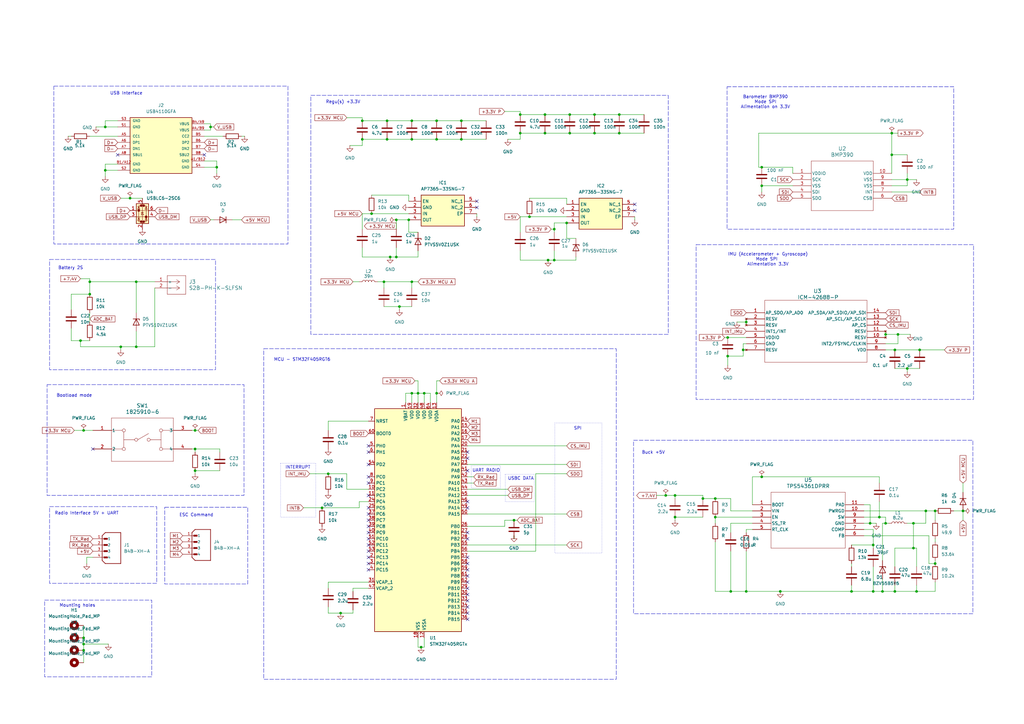
<source format=kicad_sch>
(kicad_sch (version 20250114) (generator "eeschema") (generator_version "9.0")
  (paper "A3")
  (title_block (title "PCB Flight Control Spectre") (date "23/03/2025"))
  (rectangle (start 259.842 180.594) (end 399.034 251.714) (stroke (width 0) (type dash)))
  (rectangle (start 20.32 207.772) (end 64.262 239.268) (stroke (width 0) (type dash)))
  (rectangle (start 115.062 189.992) (end 129.54 212.09) (stroke (width 0.1524) (type dot)))
  (rectangle (start 108.204 143.002) (end 252.73 278.638) (stroke (width 0) (type dash)))
  (rectangle (start 19.304 157.734) (end 100.076 203.2) (stroke (width 0) (type dash)))
  (rectangle (start 207.264 194.564) (end 219.202 205.74) (stroke (width 0.1524) (type dot)))
  (rectangle (start 193.294 191.008) (end 205.232 200.152) (stroke (width 0.1524) (type dot)))
  (rectangle (start 67.564 208.026) (end 101.6 239.522) (stroke (width 0) (type dash)))
  (rectangle (start 285.496 100.33) (end 399.288 163.83) (stroke (width 0) (type dash)))
  (rectangle (start 298.196 35.56) (end 391.16 93.98) (stroke (width 0) (type dash)))
  (rectangle (start 18.288 246.126) (end 62.23 277.622) (stroke (width 0) (type dash)))
  (rectangle (start 22.098 35.306) (end 118.11 100.076) (stroke (width 0) (type dash)))
  (rectangle (start 227.584 173.482) (end 246.888 226.822) (stroke (width 0.1524) (type dot)))
  (rectangle (start 20.32 106.426) (end 88.392 151.638) (stroke (width 0) (type dash)))
  (rectangle (start 127.508 39.116) (end 274.066 137.16) (stroke (width 0) (type dash)))
  (text "Bootload mode" (at 30.48 162.306 0) (effects (font (size 1.27 1.27))))
  (text "ESC Command" (at 80.518 211.328 0) (effects (font (size 1.27 1.27))))
  (text "Barometer BMP390\nMode SPI\nAlimentation on 3.3V" (at 313.944 41.91 0) (effects (font (size 1.27 1.27))))
  (text "Regu(s) +3.3V\n" (at 140.716 41.91 0) (effects (font (size 1.27 1.27))))
  (text "IMU (Accelerometer + Gyroscope)\nMode SPI \nAlimentation 3.3V\n" (at 314.96 106.426 0) (effects (font (size 1.27 1.27))))
  (text "SPI\n" (at 236.982 175.768 0) (effects (font (size 1.27 1.27))))
  (text "INTERRUPT" (at 122.174 191.77 0) (effects (font (size 1.27 1.27))))
  (text "Battery 2S " (at 29.464 109.982 0) (effects (font (size 1.27 1.27))))
  (text "MCU - STM32F405RGT6" (at 123.952 147.574 0) (effects (font (size 1.27 1.27))))
  (text "Buck +5V " (at 268.478 185.674 0) (effects (font (size 1.27 1.27))))
  (text "UART RADIO" (at 199.39 193.04 0) (effects (font (size 1.27 1.27))))
  (text "USB Interface" (at 51.816 38.354 0) (effects (font (size 1.27 1.27))))
  (text "USBC DATA" (at 213.614 196.342 0) (effects (font (size 1.27 1.27))))
  (text "Mounting holes" (at 31.75 248.412 0) (effects (font (size 1.27 1.27))))
  (text "Radio Interface 5V + UART" (at 35.56 210.566 0) (effects (font (size 1.27 1.27))))
  (junction (at 312.42 68.58))
  (junction (at 167.64 90.17))
  (junction (at 34.29 261.62))
  (junction (at 361.95 242.57))
  (junction (at 227.33 106.68))
  (junction (at 168.91 57.15))
  (junction (at 273.05 203.2))
  (junction (at 179.07 49.53))
  (junction (at 179.07 57.15))
  (junction (at 33.02 139.7))
  (junction (at 365.76 63.5))
  (junction (at 189.23 57.15))
  (junction (at 243.84 54.61))
  (junction (at 157.48 115.57))
  (junction (at 304.8 143.51))
  (junction (at 394.97 209.55))
  (junction (at 43.18 52.07))
  (junction (at 134.62 194.31))
  (junction (at 163.83 125.73))
  (junction (at 306.07 132.08))
  (junction (at 374.65 214.63))
  (junction (at 158.75 57.15))
  (junction (at 320.04 242.57))
  (junction (at 148.59 57.15))
  (junction (at 34.29 266.7))
  (junction (at 375.92 242.57))
  (junction (at 152.4 87.63))
  (junction (at 383.54 209.55))
  (junction (at 377.19 143.51))
  (junction (at 227.33 93.98))
  (junction (at 168.91 161.29))
  (junction (at 80.01 176.53))
  (junction (at 148.59 49.53))
  (junction (at 158.75 49.53))
  (junction (at 368.3 137.16))
  (junction (at 358.14 223.52))
  (junction (at 233.68 54.61))
  (junction (at 349.25 242.57))
  (junction (at 171.45 161.29))
  (junction (at 139.7 251.46))
  (junction (at 34.29 264.16))
  (junction (at 213.36 46.99))
  (junction (at 36.83 115.57))
  (junction (at 43.18 69.85))
  (junction (at 363.22 137.16))
  (junction (at 88.9 68.58))
  (junction (at 217.17 88.9))
  (junction (at 162.56 105.41))
  (junction (at 179.07 161.29))
  (junction (at 36.83 120.65))
  (junction (at 172.72 265.43))
  (junction (at 367.03 242.57))
  (junction (at 276.86 212.09))
  (junction (at 210.82 213.36))
  (junction (at 379.73 209.55))
  (junction (at 162.56 90.17))
  (junction (at 298.45 146.05))
  (junction (at 243.84 46.99))
  (junction (at 55.88 142.24))
  (junction (at 132.08 208.28))
  (junction (at 233.68 46.99))
  (junction (at 312.42 76.2))
  (junction (at 168.91 115.57))
  (junction (at 232.41 91.44))
  (junction (at 86.36 52.07))
  (junction (at 306.07 242.57))
  (junction (at 360.68 212.09))
  (junction (at 80.01 184.15))
  (junction (at 367.03 143.51))
  (junction (at 34.29 176.53))
  (junction (at 276.86 203.2))
  (junction (at 383.54 231.14))
  (junction (at 224.79 106.68))
  (junction (at 80.01 193.04))
  (junction (at 254 46.99))
  (junction (at 356.87 214.63))
  (junction (at 299.72 242.57))
  (junction (at 372.11 151.13))
  (junction (at 365.76 54.61))
  (junction (at 298.45 138.43))
  (junction (at 55.88 115.57))
  (junction (at 49.53 142.24))
  (junction (at 160.02 105.41))
  (junction (at 168.91 49.53))
  (junction (at 374.65 224.79))
  (junction (at 312.42 195.58))
  (junction (at 358.14 242.57))
  (junction (at 293.37 204.47))
  (junction (at 363.22 214.63))
  (junction (at 53.34 81.28))
  (junction (at 293.37 212.09))
  (junction (at 189.23 49.53))
  (junction (at 173.99 161.29))
  (junction (at 223.52 54.61))
  (junction (at 288.29 204.47))
  (junction (at 372.11 73.66))
  (junction (at 223.52 46.99))
  (junction (at 213.36 54.61))
  (junction (at 254 54.61))
  (no_connect (at 151.13 182.88))
  (no_connect (at 151.13 185.42))
  (no_connect (at 191.77 218.44))
  (no_connect (at 191.77 251.46))
  (no_connect (at 191.77 254))
  (no_connect (at 191.77 193.04))
  (no_connect (at 151.13 195.58))
  (no_connect (at 195.58 82.55))
  (no_connect (at 195.58 85.09))
  (no_connect (at 191.77 228.6))
  (no_connect (at 151.13 215.9))
  (no_connect (at 151.13 220.98))
  (no_connect (at 151.13 190.5))
  (no_connect (at 191.77 243.84))
  (no_connect (at 191.77 248.92))
  (no_connect (at 151.13 218.44))
  (no_connect (at 151.13 203.2))
  (no_connect (at 151.13 208.28))
  (no_connect (at 191.77 246.38))
  (no_connect (at 151.13 210.82))
  (no_connect (at 151.13 231.14))
  (no_connect (at 191.77 205.74))
  (no_connect (at 151.13 198.12))
  (no_connect (at 191.77 220.98))
  (no_connect (at 83.82 63.5))
  (no_connect (at 151.13 223.52))
  (no_connect (at 38.1 184.15))
  (no_connect (at 260.35 83.82))
  (no_connect (at 191.77 208.28))
  (no_connect (at 191.77 185.42))
  (no_connect (at 191.77 231.14))
  (no_connect (at 48.26 63.5))
  (no_connect (at 191.77 233.68))
  (no_connect (at 191.77 236.22))
  (no_connect (at 191.77 187.96))
  (no_connect (at 151.13 226.06))
  (no_connect (at 260.35 86.36))
  (no_connect (at 151.13 228.6))
  (no_connect (at 191.77 238.76))
  (no_connect (at 191.77 241.3))
  (no_connect (at 151.13 233.68))
  (no_connect (at 151.13 213.36))
  (wire (pts (xy 354.33 209.55) (xy 379.73 209.55)))
  (wire (pts (xy 162.56 105.41) (xy 160.02 105.41)))
  (wire (pts (xy 191.77 190.5) (xy 232.41 190.5)))
  (wire (pts (xy 34.29 256.54) (xy 34.29 261.62)))
  (wire (pts (xy 180.34 156.21) (xy 179.07 156.21)))
  (wire (pts (xy 288.29 203.2) (xy 276.86 203.2)))
  (wire (pts (xy 254 54.61) (xy 264.16 54.61)))
  (wire (pts (xy 298.45 138.43) (xy 306.07 138.43)))
  (wire (pts (xy 363.22 138.43) (xy 363.22 137.16)))
  (wire (pts (xy 213.36 88.9) (xy 217.17 88.9)))
  (wire (pts (xy 95.25 90.17) (xy 99.06 90.17)))
  (wire (pts (xy 152.4 87.63) (xy 167.64 87.63)))
  (wire (pts (xy 273.05 203.2) (xy 276.86 203.2)))
  (wire (pts (xy 297.18 138.43) (xy 298.45 138.43)))
  (wire (pts (xy 306.07 226.06) (xy 306.07 242.57)))
  (wire (pts (xy 379.73 209.55) (xy 383.54 209.55)))
  (wire (pts (xy 365.76 63.5) (xy 372.11 63.5)))
  (wire (pts (xy 142.24 194.31) (xy 142.24 200.66)))
  (wire (pts (xy 144.78 251.46) (xy 144.78 250.19)))
  (wire (pts (xy 354.33 207.01) (xy 356.87 207.01)))
  (wire (pts (xy 36.83 115.57) (xy 55.88 115.57)))
  (wire (pts (xy 148.59 87.63) (xy 152.4 87.63)))
  (wire (pts (xy 306.07 217.17) (xy 308.61 217.17)))
  (wire (pts (xy 232.41 97.79) (xy 236.22 97.79)))
  (wire (pts (xy 83.82 53.34) (xy 86.36 53.34)))
  (wire (pts (xy 227.33 102.87) (xy 227.33 106.68)))
  (wire (pts (xy 163.83 125.73) (xy 163.83 127)))
  (wire (pts (xy 293.37 222.25) (xy 293.37 242.57)))
  (wire (pts (xy 367.03 143.51) (xy 363.22 143.51)))
  (wire (pts (xy 173.99 161.29) (xy 176.53 161.29)))
  (wire (pts (xy 367.03 224.79) (xy 374.65 224.79)))
  (wire (pts (xy 365.76 73.66) (xy 372.11 73.66)))
  (wire (pts (xy 304.8 143.51) (xy 306.07 143.51)))
  (wire (pts (xy 48.26 52.07) (xy 43.18 52.07)))
  (wire (pts (xy 86.36 90.17) (xy 87.63 90.17)))
  (wire (pts (xy 298.45 146.05) (xy 298.45 149.86)))
  (wire (pts (xy 99.06 55.88) (xy 100.33 55.88)))
  (wire (pts (xy 168.91 57.15) (xy 179.07 57.15)))
  (wire (pts (xy 293.37 204.47) (xy 299.72 204.47)))
  (wire (pts (xy 148.59 48.26) (xy 148.59 49.53)))
  (wire (pts (xy 276.86 213.36) (xy 276.86 212.09)))
  (wire (pts (xy 394.97 209.55) (xy 396.24 209.55)))
  (wire (pts (xy 162.56 90.17) (xy 167.64 90.17)))
  (wire (pts (xy 80.01 176.53) (xy 78.74 176.53)))
  (wire (pts (xy 208.28 57.15) (xy 213.36 57.15)))
  (wire (pts (xy 383.54 238.76) (xy 383.54 242.57)))
  (wire (pts (xy 55.88 142.24) (xy 49.53 142.24)))
  (wire (pts (xy 35.56 228.6) (xy 35.56 231.14)))
  (wire (pts (xy 191.77 226.06) (xy 219.71 226.06)))
  (wire (pts (xy 80.01 184.15) (xy 78.74 184.15)))
  (wire (pts (xy 365.76 71.12) (xy 365.76 63.5)))
  (wire (pts (xy 168.91 118.11) (xy 168.91 115.57)))
  (wire (pts (xy 356.87 214.63) (xy 359.41 214.63)))
  (wire (pts (xy 312.42 76.2) (xy 325.12 76.2)))
  (wire (pts (xy 213.36 95.25) (xy 213.36 88.9)))
  (wire (pts (xy 358.14 242.57) (xy 349.25 242.57)))
  (wire (pts (xy 191.77 195.58) (xy 194.31 195.58)))
  (wire (pts (xy 171.45 95.25) (xy 167.64 95.25)))
  (wire (pts (xy 223.52 54.61) (xy 233.68 54.61)))
  (wire (pts (xy 157.48 115.57) (xy 168.91 115.57)))
  (wire (pts (xy 363.22 214.63) (xy 363.22 212.09)))
  (wire (pts (xy 34.29 266.7) (xy 34.29 271.78)))
  (wire (pts (xy 304.8 140.97) (xy 306.07 140.97)))
  (wire (pts (xy 299.72 218.44) (xy 299.72 214.63)))
  (wire (pts (xy 383.54 242.57) (xy 375.92 242.57)))
  (wire (pts (xy 142.24 200.66) (xy 151.13 200.66)))
  (wire (pts (xy 223.52 46.99) (xy 233.68 46.99)))
  (wire (pts (xy 179.07 161.29) (xy 179.07 165.1)))
  (wire (pts (xy 91.44 55.88) (xy 83.82 55.88)))
  (wire (pts (xy 168.91 125.73) (xy 163.83 125.73)))
  (wire (pts (xy 243.84 46.99) (xy 254 46.99)))
  (wire (pts (xy 157.48 125.73) (xy 163.83 125.73)))
  (wire (pts (xy 55.88 115.57) (xy 55.88 128.27)))
  (wire (pts (xy 176.53 161.29) (xy 176.53 165.1)))
  (wire (pts (xy 358.14 242.57) (xy 358.14 232.41)))
  (wire (pts (xy 171.45 102.87) (xy 171.45 105.41)))
  (wire (pts (xy 308.61 212.09) (xy 293.37 212.09)))
  (wire (pts (xy 134.62 176.53) (xy 134.62 172.72)))
  (wire (pts (xy 36.83 55.88) (xy 48.26 55.88)))
  (wire (pts (xy 88.9 71.12) (xy 88.9 68.58)))
  (wire (pts (xy 53.34 81.28) (xy 58.42 81.28)))
  (wire (pts (xy 173.99 261.62) (xy 173.99 265.43)))
  (wire (pts (xy 213.36 46.99) (xy 223.52 46.99)))
  (wire (pts (xy 179.07 49.53) (xy 189.23 49.53)))
  (wire (pts (xy 367.03 242.57) (xy 361.95 242.57)))
  (wire (pts (xy 308.61 195.58) (xy 312.42 195.58)))
  (wire (pts (xy 63.5 142.24) (xy 55.88 142.24)))
  (wire (pts (xy 349.25 223.52) (xy 358.14 223.52)))
  (wire (pts (xy 43.18 49.53) (xy 43.18 52.07)))
  (wire (pts (xy 217.17 81.28) (xy 232.41 81.28)))
  (wire (pts (xy 375.92 232.41) (xy 375.92 224.79)))
  (wire (pts (xy 213.36 106.68) (xy 224.79 106.68)))
  (wire (pts (xy 171.45 265.43) (xy 172.72 265.43)))
  (wire (pts (xy 134.62 238.76) (xy 134.62 241.3)))
  (wire (pts (xy 219.71 226.06) (xy 219.71 194.31)))
  (wire (pts (xy 208.28 203.2) (xy 191.77 203.2)))
  (wire (pts (xy 167.64 80.01) (xy 167.64 82.55)))
  (wire (pts (xy 306.07 130.81) (xy 306.07 132.08)))
  (wire (pts (xy 148.59 57.15) (xy 158.75 57.15)))
  (wire (pts (xy 134.62 194.31) (xy 142.24 194.31)))
  (wire (pts (xy 38.1 228.6) (xy 35.56 228.6)))
  (wire (pts (xy 349.25 231.14) (xy 349.25 232.41)))
  (wire (pts (xy 383.54 220.98) (xy 383.54 222.25)))
  (wire (pts (xy 144.78 241.3) (xy 144.78 242.57)))
  (wire (pts (xy 139.7 251.46) (xy 134.62 251.46)))
  (wire (pts (xy 361.95 229.87) (xy 361.95 214.63)))
  (wire (pts (xy 298.45 146.05) (xy 304.8 146.05)))
  (wire (pts (xy 363.22 135.89) (xy 363.22 137.16)))
  (wire (pts (xy 207.01 45.72) (xy 213.36 45.72)))
  (wire (pts (xy 361.95 237.49) (xy 361.95 242.57)))
  (wire (pts (xy 29.21 139.7) (xy 33.02 139.7)))
  (wire (pts (xy 325.12 68.58) (xy 325.12 71.12)))
  (wire (pts (xy 148.59 59.69) (xy 148.59 57.15)))
  (wire (pts (xy 375.92 242.57) (xy 367.03 242.57)))
  (wire (pts (xy 29.21 120.65) (xy 36.83 120.65)))
  (wire (pts (xy 148.59 49.53) (xy 158.75 49.53)))
  (wire (pts (xy 143.51 59.69) (xy 148.59 59.69)))
  (wire (pts (xy 372.11 151.13) (xy 377.19 151.13)))
  (wire (pts (xy 90.17 184.15) (xy 90.17 185.42)))
  (wire (pts (xy 34.29 176.53) (xy 30.48 176.53)))
  (wire (pts (xy 293.37 242.57) (xy 299.72 242.57)))
  (wire (pts (xy 213.36 54.61) (xy 223.52 54.61)))
  (wire (pts (xy 63.5 142.24) (xy 63.5 118.11)))
  (wire (pts (xy 80.01 193.04) (xy 90.17 193.04)))
  (wire (pts (xy 363.22 212.09) (xy 360.68 212.09)))
  (wire (pts (xy 306.07 242.57) (xy 320.04 242.57)))
  (wire (pts (xy 213.36 45.72) (xy 213.36 46.99)))
  (wire (pts (xy 34.29 261.62) (xy 34.29 264.16)))
  (wire (pts (xy 312.42 68.58) (xy 311.15 68.58)))
  (wire (pts (xy 236.22 105.41) (xy 236.22 106.68)))
  (wire (pts (xy 368.3 54.61) (xy 365.76 54.61)))
  (wire (pts (xy 148.59 93.98) (xy 148.59 87.63)))
  (wire (pts (xy 368.3 140.97) (xy 368.3 137.16)))
  (wire (pts (xy 166.37 165.1) (xy 166.37 161.29)))
  (wire (pts (xy 48.26 49.53) (xy 43.18 49.53)))
  (wire (pts (xy 293.37 212.09) (xy 293.37 214.63)))
  (wire (pts (xy 387.35 143.51) (xy 377.19 143.51)))
  (wire (pts (xy 88.9 68.58) (xy 88.9 66.04)))
  (wire (pts (xy 381 219.71) (xy 381 231.14)))
  (wire (pts (xy 158.75 49.53) (xy 168.91 49.53)))
  (wire (pts (xy 144.78 251.46) (xy 139.7 251.46)))
  (wire (pts (xy 162.56 101.6) (xy 162.56 105.41)))
  (wire (pts (xy 312.42 195.58) (xy 360.68 195.58)))
  (wire (pts (xy 171.45 161.29) (xy 173.99 161.29)))
  (wire (pts (xy 173.99 161.29) (xy 173.99 165.1)))
  (wire (pts (xy 33.02 139.7) (xy 36.83 139.7)))
  (wire (pts (xy 379.73 214.63) (xy 379.73 209.55)))
  (wire (pts (xy 43.18 69.85) (xy 43.18 72.39)))
  (wire (pts (xy 233.68 54.61) (xy 243.84 54.61)))
  (wire (pts (xy 367.03 232.41) (xy 367.03 224.79)))
  (wire (pts (xy 367.03 240.03) (xy 367.03 242.57)))
  (wire (pts (xy 299.72 226.06) (xy 299.72 242.57)))
  (wire (pts (xy 148.59 101.6) (xy 148.59 105.41)))
  (wire (pts (xy 157.48 118.11) (xy 157.48 115.57)))
  (wire (pts (xy 232.41 81.28) (xy 232.41 83.82)))
  (wire (pts (xy 80.01 184.15) (xy 80.01 185.42)))
  (wire (pts (xy 49.53 81.28) (xy 53.34 81.28)))
  (wire (pts (xy 43.18 67.31) (xy 43.18 69.85)))
  (wire (pts (xy 191.77 182.88) (xy 232.41 182.88)))
  (wire (pts (xy 232.41 97.79) (xy 232.41 91.44)))
  (wire (pts (xy 360.68 195.58) (xy 360.68 198.12)))
  (wire (pts (xy 154.94 115.57) (xy 157.48 115.57)))
  (wire (pts (xy 260.35 88.9) (xy 260.35 90.17)))
  (wire (pts (xy 179.07 57.15) (xy 189.23 57.15)))
  (wire (pts (xy 377.19 143.51) (xy 367.03 143.51)))
  (wire (pts (xy 33.02 114.3) (xy 36.83 114.3)))
  (wire (pts (xy 36.83 120.65) (xy 36.83 115.57)))
  (wire (pts (xy 162.56 105.41) (xy 171.45 105.41)))
  (wire (pts (xy 363.22 214.63) (xy 364.49 214.63)))
  (wire (pts (xy 288.29 203.2) (xy 288.29 204.47)))
  (wire (pts (xy 87.63 52.07) (xy 86.36 52.07)))
  (wire (pts (xy 361.95 242.57) (xy 358.14 242.57)))
  (wire (pts (xy 132.08 208.28) (xy 147.32 208.28)))
  (wire (pts (xy 173.99 265.43) (xy 172.72 265.43)))
  (wire (pts (xy 195.58 87.63) (xy 195.58 88.9)))
  (wire (pts (xy 158.75 57.15) (xy 168.91 57.15)))
  (wire (pts (xy 375.92 73.66) (xy 372.11 73.66)))
  (wire (pts (xy 354.33 214.63) (xy 356.87 214.63)))
  (wire (pts (xy 147.32 205.74) (xy 151.13 205.74)))
  (wire (pts (xy 394.97 201.93) (xy 394.97 198.12)))
  (wire (pts (xy 168.91 165.1) (xy 168.91 161.29)))
  (wire (pts (xy 368.3 137.16) (xy 373.38 137.16)))
  (wire (pts (xy 288.29 204.47) (xy 293.37 204.47)))
  (wire (pts (xy 358.14 223.52) (xy 358.14 224.79)))
  (wire (pts (xy 207.01 215.9) (xy 207.01 213.36)))
  (wire (pts (xy 227.33 93.98) (xy 227.33 91.44)))
  (wire (pts (xy 33.02 142.24) (xy 49.53 142.24)))
  (wire (pts (xy 168.91 115.57) (xy 171.45 115.57)))
  (wire (pts (xy 377.19 78.74) (xy 365.76 78.74)))
  (wire (pts (xy 33.02 139.7) (xy 33.02 142.24)))
  (wire (pts (xy 48.26 67.31) (xy 43.18 67.31)))
  (wire (pts (xy 83.82 68.58) (xy 88.9 68.58)))
  (wire (pts (xy 320.04 242.57) (xy 349.25 242.57)))
  (wire (pts (xy 354.33 217.17) (xy 358.14 217.17)))
  (wire (pts (xy 302.26 132.08) (xy 306.07 132.08)))
  (wire (pts (xy 48.26 69.85) (xy 43.18 69.85)))
  (wire (pts (xy 375.92 224.79) (xy 374.65 224.79)))
  (wire (pts (xy 189.23 49.53) (xy 199.39 49.53)))
  (wire (pts (xy 299.72 204.47) (xy 299.72 209.55)))
  (wire (pts (xy 171.45 261.62) (xy 171.45 265.43)))
  (wire (pts (xy 90.17 184.15) (xy 80.01 184.15)))
  (wire (pts (xy 375.92 240.03) (xy 375.92 242.57)))
  (wire (pts (xy 124.46 208.28) (xy 132.08 208.28)))
  (wire (pts (xy 308.61 195.58) (xy 308.61 207.01)))
  (wire (pts (xy 312.42 76.2) (xy 312.42 78.74)))
  (wire (pts (xy 394.97 213.36) (xy 394.97 209.55)))
  (wire (pts (xy 372.11 151.13) (xy 372.11 152.4)))
  (wire (pts (xy 144.78 241.3) (xy 151.13 241.3)))
  (wire (pts (xy 86.36 50.8) (xy 86.36 52.07)))
  (wire (pts (xy 34.29 264.16) (xy 44.45 264.16)))
  (wire (pts (xy 167.64 95.25) (xy 167.64 90.17)))
  (wire (pts (xy 191.77 215.9) (xy 207.01 215.9)))
  (wire (pts (xy 233.68 46.99) (xy 243.84 46.99)))
  (wire (pts (xy 213.36 102.87) (xy 213.36 106.68)))
  (wire (pts (xy 170.18 156.21) (xy 171.45 156.21)))
  (wire (pts (xy 304.8 146.05) (xy 304.8 143.51)))
  (wire (pts (xy 219.71 194.31) (xy 232.41 194.31)))
  (wire (pts (xy 372.11 214.63) (xy 374.65 214.63)))
  (wire (pts (xy 191.77 223.52) (xy 232.41 223.52)))
  (wire (pts (xy 80.01 194.31) (xy 80.01 193.04)))
  (wire (pts (xy 299.72 242.57) (xy 306.07 242.57)))
  (wire (pts (xy 306.07 132.08) (xy 306.07 133.35)))
  (wire (pts (xy 306.07 218.44) (xy 306.07 217.17)))
  (wire (pts (xy 210.82 213.36) (xy 212.09 213.36)))
  (wire (pts (xy 134.62 251.46) (xy 134.62 248.92)))
  (wire (pts (xy 304.8 140.97) (xy 304.8 143.51)))
  (wire (pts (xy 365.76 63.5) (xy 365.76 54.61)))
  (wire (pts (xy 374.65 224.79) (xy 374.65 214.63)))
  (wire (pts (xy 358.14 217.17) (xy 358.14 223.52)))
  (wire (pts (xy 276.86 204.47) (xy 276.86 203.2)))
  (wire (pts (xy 144.78 115.57) (xy 147.32 115.57)))
  (wire (pts (xy 55.88 115.57) (xy 63.5 115.57)))
  (wire (pts (xy 227.33 91.44) (xy 232.41 91.44)))
  (wire (pts (xy 243.84 54.61) (xy 254 54.61)))
  (wire (pts (xy 254 46.99) (xy 264.16 46.99)))
  (wire (pts (xy 27.94 55.88) (xy 29.21 55.88)))
  (wire (pts (xy 142.24 48.26) (xy 148.59 48.26)))
  (wire (pts (xy 162.56 93.98) (xy 162.56 90.17)))
  (wire (pts (xy 29.21 134.62) (xy 29.21 139.7)))
  (wire (pts (xy 38.1 176.53) (xy 34.29 176.53)))
  (wire (pts (xy 374.65 214.63) (xy 379.73 214.63)))
  (wire (pts (xy 367.03 151.13) (xy 372.11 151.13)))
  (wire (pts (xy 354.33 219.71) (xy 381 219.71)))
  (wire (pts (xy 191.77 210.82) (xy 232.41 210.82)))
  (wire (pts (xy 299.72 209.55) (xy 308.61 209.55)))
  (wire (pts (xy 55.88 135.89) (xy 55.88 142.24)))
  (wire (pts (xy 372.11 71.12) (xy 372.11 73.66)))
  (wire (pts (xy 383.54 213.36) (xy 383.54 209.55)))
  (wire (pts (xy 372.11 73.66) (xy 372.11 76.2)))
  (wire (pts (xy 207.01 213.36) (xy 210.82 213.36)))
  (wire (pts (xy 81.28 176.53) (xy 80.01 176.53)))
  (wire (pts (xy 383.54 229.87) (xy 383.54 231.14)))
  (wire (pts (xy 227.33 106.68) (xy 224.79 106.68)))
  (wire (pts (xy 354.33 212.09) (xy 360.68 212.09)))
  (wire (pts (xy 134.62 172.72) (xy 151.13 172.72)))
  (wire (pts (xy 191.77 198.12) (xy 194.31 198.12)))
  (wire (pts (xy 29.21 127) (xy 29.21 120.65)))
  (wire (pts (xy 363.22 137.16) (xy 368.3 137.16)))
  (wire (pts (xy 213.36 57.15) (xy 213.36 54.61)))
  (wire (pts (xy 227.33 106.68) (xy 236.22 106.68)))
  (wire (pts (xy 208.28 200.66) (xy 191.77 200.66)))
  (wire (pts (xy 171.45 156.21) (xy 171.45 161.29)))
  (wire (pts (xy 34.29 264.16) (xy 34.29 266.7)))
  (wire (pts (xy 39.37 52.07) (xy 43.18 52.07)))
  (wire (pts (xy 189.23 57.15) (xy 199.39 57.15)))
  (wire (pts (xy 391.16 209.55) (xy 394.97 209.55)))
  (wire (pts (xy 83.82 50.8) (xy 86.36 50.8)))
  (wire (pts (xy 168.91 161.29) (xy 171.45 161.29)))
  (wire (pts (xy 311.15 54.61) (xy 311.15 68.58)))
  (wire (pts (xy 276.86 212.09) (xy 288.29 212.09)))
  (wire (pts (xy 179.07 156.21) (xy 179.07 161.29)))
  (wire (pts (xy 269.24 203.2) (xy 273.05 203.2)))
  (wire (pts (xy 134.62 238.76) (xy 151.13 238.76)))
  (wire (pts (xy 226.06 93.98) (xy 227.33 93.98)))
  (wire (pts (xy 363.22 140.97) (xy 368.3 140.97)))
  (wire (pts (xy 311.15 54.61) (xy 365.76 54.61)))
  (wire (pts (xy 171.45 161.29) (xy 171.45 165.1)))
  (wire (pts (xy 147.32 208.28) (xy 147.32 205.74)))
  (wire (pts (xy 148.59 105.41) (xy 160.02 105.41)))
  (wire (pts (xy 349.25 240.03) (xy 349.25 242.57)))
  (wire (pts (xy 217.17 88.9) (xy 232.41 88.9)))
  (wire (pts (xy 365.76 76.2) (xy 372.11 76.2)))
  (wire (pts (xy 210.82 219.71) (xy 210.82 220.98)))
  (wire (pts (xy 88.9 66.04) (xy 83.82 66.04)))
  (wire (pts (xy 36.83 128.27) (xy 36.83 132.08)))
  (wire (pts (xy 299.72 214.63) (xy 308.61 214.63)))
  (wire (pts (xy 127 194.31) (xy 134.62 194.31)))
  (wire (pts (xy 381 231.14) (xy 383.54 231.14)))
  (wire (pts (xy 360.68 212.09) (xy 360.68 205.74)))
  (wire (pts (xy 166.37 161.29) (xy 168.91 161.29)))
  (wire (pts (xy 356.87 207.01) (xy 356.87 214.63)))
  (wire (pts (xy 227.33 95.25) (xy 227.33 93.98)))
  (wire (pts (xy 36.83 115.57) (xy 36.83 114.3)))
  (wire (pts (xy 152.4 80.01) (xy 167.64 80.01)))
  (wire (pts (xy 361.95 214.63) (xy 363.22 214.63)))
  (wire (pts (xy 325.12 68.58) (xy 312.42 68.58)))
  (wire (pts (xy 168.91 49.53) (xy 179.07 49.53)))
  (wire (pts (xy 86.36 52.07) (xy 86.36 53.34)))
  (wire (pts (xy 49.53 143.51) (xy 49.53 142.24)))
  (global_label "M2" (shape input) (at 191.77 175.26 0) (property "Intersheetrefs" "${INTERSHEET_REFS}" (effects (hide yes))))
  (global_label "BOOT" (shape input) (at 81.28 176.53 0) (property "Intersheetrefs" "${INTERSHEET_REFS}" (effects (hide yes))))
  (global_label "SDI" (shape input) (at 363.22 128.27 0) (property "Intersheetrefs" "${INTERSHEET_REFS}" (effects (hide yes))))
  (global_label "SDO" (shape input) (at 306.07 128.27 180) (property "Intersheetrefs" "${INTERSHEET_REFS}" (effects (hide yes))))
  (global_label "M3" (shape input) (at 191.77 177.8 0) (property "Intersheetrefs" "${INTERSHEET_REFS}" (effects (hide yes))))
  (global_label "+3.3V MCU A" (shape input) (at 171.45 115.57 0) (property "Intersheetrefs" "${INTERSHEET_REFS}" (effects (hide yes))))
  (global_label "M3" (shape input) (at 74.93 224.79 180) (property "Intersheetrefs" "${INTERSHEET_REFS}" (effects (hide yes))))
  (global_label "M2" (shape input) (at 74.93 222.25 180) (property "Intersheetrefs" "${INTERSHEET_REFS}" (effects (hide yes))))
  (global_label "SDO" (shape input) (at 325.12 81.28 180) (property "Intersheetrefs" "${INTERSHEET_REFS}" (effects (hide yes))))
  (global_label "+3.3V MCU" (shape input) (at 144.78 115.57 180) (property "Intersheetrefs" "${INTERSHEET_REFS}" (effects (hide yes))))
  (global_label "USB_DM" (shape input) (at 208.28 200.66 0) (property "Intersheetrefs" "${INTERSHEET_REFS}" (effects (hide yes))))
  (global_label "M4" (shape input) (at 191.77 180.34 0) (property "Intersheetrefs" "${INTERSHEET_REFS}" (effects (hide yes))))
  (global_label "D+" (shape input) (at 48.26 58.42 180) (property "Intersheetrefs" "${INTERSHEET_REFS}" (effects (hide yes))))
  (global_label "INTB" (shape input) (at 377.19 78.74 0) (property "Intersheetrefs" "${INTERSHEET_REFS}" (effects (hide yes))))
  (global_label "+3.3V P" (shape output) (at 368.3 54.61 0) (property "Intersheetrefs" "${INTERSHEET_REFS}" (effects (hide yes))))
  (global_label "SDI" (shape input) (at 232.41 190.5 0) (property "Intersheetrefs" "${INTERSHEET_REFS}" (effects (hide yes))))
  (global_label "TX_Rad" (shape input) (at 194.31 198.12 0) (property "Intersheetrefs" "${INTERSHEET_REFS}" (effects (hide yes))))
  (global_label "INT_IMU" (shape input) (at 127 194.31 180) (property "Intersheetrefs" "${INTERSHEET_REFS}" (effects (hide yes))))
  (global_label "+3.3V P" (shape input) (at 207.01 45.72 180) (property "Intersheetrefs" "${INTERSHEET_REFS}" (effects (hide yes))))
  (global_label "ADC_BAT" (shape input) (at 212.09 213.36 0) (property "Intersheetrefs" "${INTERSHEET_REFS}" (effects (hide yes))))
  (global_label "+3.3V MCU" (shape input) (at 30.48 176.53 180) (property "Intersheetrefs" "${INTERSHEET_REFS}" (effects (hide yes))))
  (global_label "ADC_BAT" (shape input) (at 36.83 130.81 0) (property "Intersheetrefs" "${INTERSHEET_REFS}" (effects (hide yes))))
  (global_label "SCK" (shape input) (at 232.41 223.52 0) (property "Intersheetrefs" "${INTERSHEET_REFS}" (effects (hide yes))))
  (global_label "+5V MCU" (shape input) (at 394.97 198.12 90) (property "Intersheetrefs" "${INTERSHEET_REFS}" (effects (hide yes))))
  (global_label "+3.3V P" (shape input) (at 297.18 138.43 180) (property "Intersheetrefs" "${INTERSHEET_REFS}" (effects (hide yes))))
  (global_label "SCK" (shape input) (at 363.22 130.81 0) (property "Intersheetrefs" "${INTERSHEET_REFS}" (effects (hide yes))))
  (global_label "+3.3V P" (shape input) (at 387.35 143.51 0) (property "Intersheetrefs" "${INTERSHEET_REFS}" (effects (hide yes))))
  (global_label "+5V MCU" (shape input) (at 148.59 87.63 180) (property "Intersheetrefs" "${INTERSHEET_REFS}" (effects (hide yes))))
  (global_label "V_USB" (shape input) (at 86.36 90.17 180) (property "Intersheetrefs" "${INTERSHEET_REFS}" (effects (hide yes))))
  (global_label "SDO" (shape input) (at 232.41 194.31 0) (property "Intersheetrefs" "${INTERSHEET_REFS}" (effects (hide yes))))
  (global_label "USB_DM" (shape input) (at 63.5 88.9 0) (property "Intersheetrefs" "${INTERSHEET_REFS}" (effects (hide yes))))
  (global_label "+7.4V" (shape output) (at 269.24 203.2 180) (property "Intersheetrefs" "${INTERSHEET_REFS}" (effects (hide yes))))
  (global_label "+5V" (shape input) (at 38.1 226.06 180) (property "Intersheetrefs" "${INTERSHEET_REFS}" (effects (hide yes))))
  (global_label "+3.3V MCU A" (shape input) (at 180.34 156.21 0) (property "Intersheetrefs" "${INTERSHEET_REFS}" (effects (hide yes))))
  (global_label "RX_Rad" (shape input) (at 194.31 195.58 0) (property "Intersheetrefs" "${INTERSHEET_REFS}" (effects (hide yes))))
  (global_label "D+" (shape input) (at 83.82 58.42 0) (property "Intersheetrefs" "${INTERSHEET_REFS}" (effects (hide yes))))
  (global_label "SCK" (shape input) (at 325.12 73.66 180) (property "Intersheetrefs" "${INTERSHEET_REFS}" (effects (hide yes))))
  (global_label "INTB" (shape input) (at 124.46 208.28 180) (property "Intersheetrefs" "${INTERSHEET_REFS}" (effects (hide yes))))
  (global_label "CS_IMU" (shape input) (at 232.41 182.88 0) (property "Intersheetrefs" "${INTERSHEET_REFS}" (effects (hide yes))))
  (global_label "USB_DP" (shape input) (at 53.34 88.9 180) (property "Intersheetrefs" "${INTERSHEET_REFS}" (effects (hide yes))))
  (global_label "+7.4V" (shape input) (at 33.02 114.3 180) (property "Intersheetrefs" "${INTERSHEET_REFS}" (effects (hide yes))))
  (global_label "M1" (shape input) (at 74.93 219.71 180) (property "Intersheetrefs" "${INTERSHEET_REFS}" (effects (hide yes))))
  (global_label "TX_Rad" (shape input) (at 38.1 220.98 180) (property "Intersheetrefs" "${INTERSHEET_REFS}" (effects (hide yes))))
  (global_label "RX_Rad" (shape input) (at 38.1 223.52 180) (property "Intersheetrefs" "${INTERSHEET_REFS}" (effects (hide yes))))
  (global_label "USB_DP" (shape input) (at 208.28 203.2 0) (property "Intersheetrefs" "${INTERSHEET_REFS}" (effects (hide yes))))
  (global_label "CSB" (shape input) (at 232.41 210.82 0) (property "Intersheetrefs" "${INTERSHEET_REFS}" (effects (hide yes))))
  (global_label "+3.3V MCU" (shape output) (at 162.56 92.71 180) (property "Intersheetrefs" "${INTERSHEET_REFS}" (effects (hide yes))))
  (global_label "D-" (shape input) (at 48.26 60.96 180) (property "Intersheetrefs" "${INTERSHEET_REFS}" (effects (hide yes))))
  (global_label "CS_IMU" (shape input) (at 363.22 133.35 0) (property "Intersheetrefs" "${INTERSHEET_REFS}" (effects (hide yes))))
  (global_label "M1" (shape input) (at 191.77 172.72 0) (property "Intersheetrefs" "${INTERSHEET_REFS}" (effects (hide yes))))
  (global_label "INT_IMU" (shape input) (at 306.07 135.89 180) (property "Intersheetrefs" "${INTERSHEET_REFS}" (effects (hide yes))))
  (global_label "SDI" (shape input) (at 325.12 78.74 180) (property "Intersheetrefs" "${INTERSHEET_REFS}" (effects (hide yes))))
  (global_label "M4" (shape input) (at 74.93 227.33 180) (property "Intersheetrefs" "${INTERSHEET_REFS}" (effects (hide yes))))
  (global_label "+5V" (shape input) (at 213.36 88.9 180) (property "Intersheetrefs" "${INTERSHEET_REFS}" (effects (hide yes))))
  (global_label "D-" (shape input) (at 83.82 60.96 0) (property "Intersheetrefs" "${INTERSHEET_REFS}" (effects (hide yes))))
  (global_label "+3.3V P" (shape input) (at 226.06 93.98 180) (property "Intersheetrefs" "${INTERSHEET_REFS}" (effects (hide yes))))
  (global_label "V_USB" (shape input) (at 87.63 52.07 0) (property "Intersheetrefs" "${INTERSHEET_REFS}" (effects (hide yes))))
  (global_label "+3.3V MCU" (shape input) (at 170.18 156.21 180) (property "Intersheetrefs" "${INTERSHEET_REFS}" (effects (hide yes))))
  (global_label "+5V" (shape input) (at 394.97 213.36 270) (property "Intersheetrefs" "${INTERSHEET_REFS}" (effects (hide yes))))
  (global_label "+5V MCU" (shape input) (at 99.06 90.17 0) (property "Intersheetrefs" "${INTERSHEET_REFS}" (effects (hide yes))))
  (global_label "BOOT" (shape input) (at 151.13 177.8 180) (property "Intersheetrefs" "${INTERSHEET_REFS}" (effects (hide yes))))
  (global_label "D-" (shape input) (at 63.5 86.36 0) (property "Intersheetrefs" "${INTERSHEET_REFS}" (effects (hide yes))))
  (global_label "D+" (shape input) (at 53.34 86.36 180) (property "Intersheetrefs" "${INTERSHEET_REFS}" (effects (hide yes))))
  (global_label "+3.3V MCU" (shape input) (at 142.24 48.26 180) (property "Intersheetrefs" "${INTERSHEET_REFS}" (effects (hide yes))))
  (global_label "CSB" (shape input) (at 365.76 81.28 0) (property "Intersheetrefs" "${INTERSHEET_REFS}" (effects (hide yes))))
  (global_label "V_USB" (shape input) (at 49.53 81.28 180) (property "Intersheetrefs" "${INTERSHEET_REFS}" (effects (hide yes))))
  (symbol (lib_id "power:GND") (at 302.26 132.08 0) (unit 1)
    (property "Reference" "#PWR06" (effects (hide yes)))
    (property "Value" "GND" (at 299.466 132.842 0))
    (property "Description" "Power symbol creates a global label with name \"GND\" , ground" (effects (hide yes)))
  )
  (symbol (lib_id "power:GND") (at 373.38 137.16 0) (unit 1)
    (property "Reference" "#PWR05" (effects (hide yes)))
    (property "Value" "GND" (at 376.428 138.938 0))
    (property "Description" "Power symbol creates a global label with name \"GND\" , ground" (effects (hide yes)))
  )
  (symbol (lib_id "maker:BMP390") (at 325.12 71.12 0) (unit 1)
    (property "Reference" "U2" (at 345.44 60.96 0) (effects (font (size 1.524 1.524))))
    (property "Value" "BMP390" (at 345.44 63.5 0) (effects (font (size 1.524 1.524))))
    (property "Footprint" "maker:BMP390" (effects (hide yes)))
    (property "Datasheet" "BMP390" (effects (hide yes)))
  )
  (symbol (lib_id "power:GND") (at 312.42 78.74 0) (unit 1)
    (property "Reference" "#PWR01" (effects (hide yes)))
    (property "Value" "GND" (at 312.42 83.82 0))
    (property "Description" "Power symbol creates a global label with name \"GND\" , ground" (effects (hide yes)))
  )
  (symbol (lib_id "Device:C") (at 375.92 236.22 0) (unit 1)
    (property "Reference" "C18" (at 377.698 232.918 0) (effects (justify left)))
    (property "Value" "47u" (at 378.46 235.204 0) (effects (justify left)))
    (property "Footprint" "Capacitor_SMD:C_0402_1005Metric" (effects (hide yes)))
    (property "Description" "Unpolarized capacitor" (effects (hide yes)))
  )
  (symbol (lib_id "power:GND") (at 210.82 219.71 0) (unit 1)
    (property "Reference" "#PWR031" (effects (hide yes)))
    (property "Value" "GND" (at 210.82 224.79 0))
    (property "Description" "Power symbol creates a global label with name \"GND\" , ground" (effects (hide yes)))
  )
  (symbol (lib_id "MCU_ST_STM32F4:STM32F405RGTx") (at 171.45 213.36 0) (unit 1)
    (property "Reference" "U1" (at 176.1841 261.62 0) (effects (justify left)))
    (property "Value" "STM32F405RGTx" (at 176.1841 264.16 0) (effects (justify left)))
    (property "Footprint" "Package_QFP:LQFP-64_10x10mm_P0.5mm" (effects (hide yes)))
    (property "Datasheet" "https://www.st.com/resource/en/datasheet/stm32f405rg.pdf" (effects (hide yes)))
    (property "Description" "STMicroelectronics Arm Cortex-M4 MCU, 1024KB flash, 192KB RAM, 168 MHz, 1.8-3.6V, 51 GPIO, LQFP64" (effects (hide yes)))
  )
  (symbol (lib_id "power:GND") (at 132.08 215.9 0) (unit 1)
    (property "Reference" "#PWR034" (effects (hide yes)))
    (property "Value" "GND" (at 132.08 220.98 0))
    (property "Description" "Power symbol creates a global label with name \"GND\" , ground" (effects (hide yes)))
  )
  (symbol (lib_id "Device:C") (at 179.07 53.34 0) (unit 1)
    (property "Reference" "C9" (at 182.88 52.0699 0) (effects (justify left)))
    (property "Value" "100n" (at 182.88 54.6099 0) (effects (justify left)))
    (property "Footprint" "Capacitor_SMD:C_0402_1005Metric" (effects (hide yes)))
    (property "Description" "Unpolarized capacitor" (effects (hide yes)))
  )
  (symbol (lib_id "power:PWR_FLAG") (at 273.05 203.2 0) (unit 1)
    (property "Reference" "#FLG02" (effects (hide yes)))
    (property "Value" "PWR_FLAG" (at 273.05 198.12 0))
    (property "Description" "Special symbol for telling ERC where power comes from" (effects (hide yes)))
  )
  (symbol (lib_id "power:GND") (at 160.02 105.41 0) (unit 1)
    (property "Reference" "#PWR022" (effects (hide yes)))
    (property "Value" "GND" (at 160.02 110.49 0))
    (property "Description" "Power symbol creates a global label with name \"GND\" , ground" (effects (hide yes)))
  )
  (symbol (lib_id "Device:C") (at 264.16 50.8 0) (unit 1)
    (property "Reference" "C35" (at 267.97 49.5299 0) (effects (justify left)))
    (property "Value" "100n" (at 267.97 52.0699 0) (effects (justify left)))
    (property "Footprint" "Capacitor_SMD:C_0402_1005Metric" (effects (hide yes)))
    (property "Description" "Unpolarized capacitor" (effects (hide yes)))
  )
  (symbol (lib_id "Device:C") (at 349.25 236.22 0) (unit 1)
    (property "Reference" "C19" (at 353.06 234.9499 0) (effects (justify left)))
    (property "Value" "6.8u" (at 353.06 237.4899 0) (effects (justify left)))
    (property "Footprint" "Capacitor_SMD:C_0402_1005Metric" (effects (hide yes)))
    (property "Description" "Unpolarized capacitor" (effects (hide yes)))
  )
  (symbol (lib_id "power:GND") (at 44.45 264.16 0) (unit 1)
    (property "Reference" "#PWR027" (effects (hide yes)))
    (property "Value" "GND" (at 44.45 269.24 0))
    (property "Description" "Power symbol creates a global label with name \"GND\" , ground" (effects (hide yes)))
  )
  (symbol (lib_id "power:GND") (at 134.62 201.93 0) (unit 1)
    (property "Reference" "#PWR033" (effects (hide yes)))
    (property "Value" "GND" (at 134.62 207.01 0))
    (property "Description" "Power symbol creates a global label with name \"GND\" , ground" (effects (hide yes)))
  )
  (symbol (lib_id "power:PWR_FLAG") (at 312.42 195.58 0) (unit 1)
    (property "Reference" "#FLG010" (effects (hide yes)))
    (property "Value" "PWR_FLAG" (at 312.42 190.5 0))
    (property "Description" "Special symbol for telling ERC where power comes from" (effects (hide yes)))
  )
  (symbol (lib_id "Device:C") (at 254 50.8 0) (unit 1)
    (property "Reference" "C34" (at 257.81 49.5299 0) (effects (justify left)))
    (property "Value" "100n" (at 257.81 52.0699 0) (effects (justify left)))
    (property "Footprint" "Capacitor_SMD:C_0402_1005Metric" (effects (hide yes)))
    (property "Description" "Unpolarized capacitor" (effects (hide yes)))
  )
  (symbol (lib_id "Device:C") (at 134.62 245.11 0) (unit 1)
    (property "Reference" "C29" (at 138.43 243.8399 0) (effects (justify left)))
    (property "Value" "2.2u" (at 138.43 246.3799 0) (effects (justify left)))
    (property "Footprint" "Capacitor_SMD:C_0402_1005Metric" (effects (hide yes)))
    (property "Description" "Unpolarized capacitor" (effects (hide yes)))
  )
  (symbol (lib_id "Device:R") (at 383.54 226.06 0) (unit 1)
    (property "Reference" "R8" (at 386.08 224.7899 0) (effects (justify left)))
    (property "Value" "53.6k" (at 386.08 227.3299 0) (effects (justify left)))
    (property "Footprint" "Resistor_SMD:R_0402_1005Metric" (effects (hide yes)))
    (property "Description" "Resistor" (effects (hide yes)))
  )
  (symbol (lib_id "Device:C") (at 157.48 121.92 0) (unit 1)
    (property "Reference" "C36" (at 161.29 120.6499 0) (effects (justify left)))
    (property "Value" "1u" (at 161.29 123.1899 0) (effects (justify left)))
    (property "Footprint" "Capacitor_SMD:C_0402_1005Metric" (effects (hide yes)))
    (property "Description" "Unpolarized capacitor" (effects (hide yes)))
  )
  (symbol (lib_id "Mechanical:MountingHole_Pad_MP") (at 31.75 266.7 90) (unit 1) (exclude_from_sim yes) (in_bom no)
    (property "Reference" "H3" (at 30.48 260.35 90))
    (property "Value" "MountingHole_Pad_MP" (at 30.48 262.89 90))
    (property "Footprint" "MountingHole:MountingHole_2.2mm_M2" (effects (hide yes)))
    (property "Description" "Mounting Hole with connection as pad named MP" (effects (hide yes)))
  )
  (symbol (lib_id "Diode:PTVS10VZ1USK") (at 55.88 132.08 270) (unit 1)
    (property "Reference" "D5" (at 58.42 130.8099 90) (effects (justify left)))
    (property "Value" "PTVS10VZ1USK" (at 58.42 133.3499 90) (effects (justify left)))
    (property "Footprint" "Diode_SMD:Nexperia_DSN1608-2_1.6x0.8mm" (effects (hide yes)))
    (property "Datasheet" "https://assets.nexperia.com/documents/data-sheet/PTVS10VZ1USK.pdf" (effects (hide yes)))
    (property "Description" "10V, 2000W TVS unidirectional diode, DSN1608-2" (effects (hide yes)))
  )
  (symbol (lib_id "power:GND") (at 39.37 52.07 0) (unit 1)
    (property "Reference" "#PWR09" (effects (hide yes)))
    (property "Value" "GND" (at 35.814 52.324 0))
    (property "Description" "Power symbol creates a global label with name \"GND\" , ground" (effects (hide yes)))
  )
  (symbol (lib_id "Device:C") (at 372.11 67.31 0) (unit 1)
    (property "Reference" "C2" (at 375.92 66.0399 0) (effects (justify left)))
    (property "Value" "100 nF" (at 375.92 68.5799 0) (effects (justify left)))
    (property "Footprint" "Capacitor_SMD:C_0402_1005Metric" (effects (hide yes)))
    (property "Description" "Unpolarized capacitor" (effects (hide yes)))
  )
  (symbol (lib_id "Device:D") (at 394.97 205.74 270) (unit 1)
    (property "Reference" "D4" (at 391.414 203.2 0))
    (property "Value" "D" (at 391.16 205.74 0))
    (property "Footprint" "Diode_SMD:D_0402_1005Metric" (effects (hide yes)))
    (property "Description" "Diode" (effects (hide yes)))
    (property "Sim.Device" "D" (effects (hide yes)))
    (property "Sim.Pins" "1=K 2=A" (effects (hide yes)))
  )
  (symbol (lib_id "power:GND") (at 208.28 57.15 0) (unit 1)
    (property "Reference" "#PWR014" (effects (hide yes)))
    (property "Value" "GND" (at 208.28 62.23 0))
    (property "Description" "Power symbol creates a global label with name \"GND\" , ground" (effects (hide yes)))
  )
  (symbol (lib_id "Mechanical:MountingHole_Pad_MP") (at 31.75 256.54 90) (unit 1) (exclude_from_sim yes) (in_bom no)
    (property "Reference" "H1" (at 30.48 250.19 90))
    (property "Value" "MountingHole_Pad_MP" (at 30.48 252.73 90))
    (property "Footprint" "MountingHole:MountingHole_2.2mm_M2" (effects (hide yes)))
    (property "Description" "Mounting Hole with connection as pad named MP" (effects (hide yes)))
  )
  (symbol (lib_id "Device:C") (at 168.91 121.92 0) (unit 1)
    (property "Reference" "C37" (at 172.72 120.6499 0) (effects (justify left)))
    (property "Value" "10n" (at 172.72 123.1899 0) (effects (justify left)))
    (property "Footprint" "Capacitor_SMD:C_0402_1005Metric" (effects (hide yes)))
    (property "Description" "Unpolarized capacitor" (effects (hide yes)))
  )
  (symbol (lib_id "Diode:PTVS5V0Z1USK") (at 236.22 101.6 270) (unit 1)
    (property "Reference" "D6" (at 238.76 100.3299 90) (effects (justify left)))
    (property "Value" "PTVS5V0Z1USK" (at 238.76 102.8699 90) (effects (justify left)))
    (property "Footprint" "Diode_SMD:Nexperia_DSN1608-2_1.6x0.8mm" (effects (hide yes)))
    (property "Datasheet" "https://assets.nexperia.com/documents/data-sheet/PTVS5V0Z1USK.pdf" (effects (hide yes)))
    (property "Description" "5V, 1200W TVS unidirectional diode, DSN1608-2" (effects (hide yes)))
  )
  (symbol (lib_id "power:PWR_FLAG") (at 365.76 54.61 0) (unit 1)
    (property "Reference" "#FLG03" (effects (hide yes)))
    (property "Value" "PWR_FLAG" (at 365.76 49.53 0))
    (property "Description" "Special symbol for telling ERC where power comes from" (effects (hide yes)))
  )
  (symbol (lib_id "Device:R") (at 293.37 208.28 0) (unit 1)
    (property "Reference" "R3" (at 295.91 207.0099 0) (effects (justify left)))
    (property "Value" "R" (at 295.91 209.5499 0) (effects (justify left)))
    (property "Footprint" "Resistor_SMD:R_0402_1005Metric" (effects (hide yes)))
    (property "Description" "Resistor" (effects (hide yes)))
  )
  (symbol (lib_id "power:GND") (at 195.58 88.9 0) (unit 1)
    (property "Reference" "#PWR021" (effects (hide yes)))
    (property "Value" "GND" (at 195.58 93.98 0))
    (property "Description" "Power symbol creates a global label with name \"GND\" , ground" (effects (hide yes)))
  )
  (symbol (lib_id "Device:C") (at 312.42 72.39 180) (unit 1)
    (property "Reference" "C1" (at 318.77 73.66 0) (effects (justify left)))
    (property "Value" "100 nF" (at 321.564 69.85 0) (effects (justify left)))
    (property "Footprint" "Capacitor_SMD:C_0402_1005Metric" (effects (hide yes)))
    (property "Description" "Unpolarized capacitor" (effects (hide yes)))
  )
  (symbol (lib_id "power:GND") (at 139.7 251.46 0) (unit 1)
    (property "Reference" "#PWR030" (effects (hide yes)))
    (property "Value" "GND" (at 139.7 256.54 0))
    (property "Description" "Power symbol creates a global label with name \"GND\" , ground" (effects (hide yes)))
  )
  (symbol (lib_id "Device:R") (at 387.35 209.55 90) (unit 1)
    (property "Reference" "R6" (at 387.35 203.2 90))
    (property "Value" "1k" (at 387.35 205.74 90))
    (property "Footprint" "Resistor_SMD:R_0402_1005Metric" (effects (hide yes)))
    (property "Description" "Resistor" (effects (hide yes)))
  )
  (symbol (lib_id "Device:C") (at 134.62 180.34 0) (unit 1)
    (property "Reference" "C28" (at 138.43 179.0699 0) (effects (justify left)))
    (property "Value" "0.1u" (at 138.43 181.6099 0) (effects (justify left)))
    (property "Footprint" "Capacitor_SMD:C_0402_1005Metric" (effects (hide yes)))
    (property "Description" "Unpolarized capacitor" (effects (hide yes)))
  )
  (symbol (lib_id "maker:ICM-42688-P") (at 294.64 129.54 0) (unit 1)
    (property "Reference" "U3" (at 335.28 119.38 0) (effects (font (size 1.524 1.524))))
    (property "Value" "ICM-42688-P" (at 335.534 121.92 0) (effects (font (size 1.524 1.524))))
    (property "Footprint" "maker:LGA14_2P5X3X0P91_TDK" (effects (hide yes)))
    (property "Datasheet" "ICM-42688-P" (effects (hide yes)))
  )
  (symbol (lib_id "Device:L") (at 151.13 115.57 90) (unit 1)
    (property "Reference" "L2" (at 151.13 111.252 90))
    (property "Value" "39n" (at 151.13 113.284 90))
    (property "Footprint" "Inductor_SMD:L_0402_1005Metric" (effects (hide yes)))
    (property "Description" "Inductor" (effects (hide yes)))
  )
  (symbol (lib_id "power:GND") (at 163.83 127 0) (unit 1)
    (property "Reference" "#PWR032" (effects (hide yes)))
    (property "Value" "GND" (at 163.83 132.08 0))
    (property "Description" "Power symbol creates a global label with name \"GND\" , ground" (effects (hide yes)))
  )
  (symbol (lib_id "Diode:BZV55B5V6") (at 361.95 233.68 270) (unit 1)
    (property "Reference" "D1" (at 359.41 236.728 90) (effects (justify left)))
    (property "Value" "BZV55B5V6" (at 357.886 239.268 90) (effects (justify left)))
    (property "Footprint" "Diode_SMD:D_MiniMELF" (effects (hide yes)))
    (property "Datasheet" "https://assets.nexperia.com/documents/data-sheet/BZV55_SER.pdf" (effects (hide yes)))
    (property "Description" "5.6V, 500mW, 2%, Zener diode, MiniMELF" (effects (hide yes)))
  )
  (symbol (lib_id "Device:C") (at 199.39 53.34 0) (unit 1)
    (property "Reference" "C33" (at 203.2 52.0699 0) (effects (justify left)))
    (property "Value" "100n" (at 203.2 54.6099 0) (effects (justify left)))
    (property "Footprint" "Capacitor_SMD:C_0402_1005Metric" (effects (hide yes)))
    (property "Description" "Unpolarized capacitor" (effects (hide yes)))
  )
  (symbol (lib_id "Device:R") (at 134.62 198.12 0) (unit 1)
    (property "Reference" "R16" (at 137.16 196.8499 0) (effects (justify left)))
    (property "Value" "10k" (at 137.16 199.3899 0) (effects (justify left)))
    (property "Footprint" "Resistor_SMD:R_0402_1005Metric" (effects (hide yes)))
    (property "Description" "Resistor" (effects (hide yes)))
  )
  (symbol (lib_id "power:PWR_FLAG") (at 179.07 161.29 270) (unit 1)
    (property "Reference" "#FLG06" (effects (hide yes)))
    (property "Value" "PWR_FLAG" (at 182.88 161.2899 90) (effects (justify left)))
    (property "Description" "Special symbol for telling ERC where power comes from" (effects (hide yes)))
  )
  (symbol (lib_id "power:GND") (at 224.79 106.68 0) (unit 1)
    (property "Reference" "#PWR024" (effects (hide yes)))
    (property "Value" "GND" (at 224.79 111.76 0))
    (property "Description" "Power symbol creates a global label with name \"GND\" , ground" (effects (hide yes)))
  )
  (symbol (lib_id "Device:C") (at 276.86 208.28 0) (unit 1)
    (property "Reference" "C14" (at 269.494 207.264 0) (effects (justify left)))
    (property "Value" "2.2u" (at 269.748 209.804 0) (effects (justify left)))
    (property "Footprint" "Capacitor_SMD:C_0402_1005Metric" (effects (hide yes)))
    (property "Description" "Unpolarized capacitor" (effects (hide yes)))
  )
  (symbol (lib_id "power:GND") (at 100.33 55.88 0) (unit 1)
    (property "Reference" "#PWR011" (effects (hide yes)))
    (property "Value" "GND" (at 100.33 60.96 0))
    (property "Description" "Power symbol creates a global label with name \"GND\" , ground" (effects (hide yes)))
  )
  (symbol (lib_id "Device:R") (at 349.25 227.33 0) (unit 1)
    (property "Reference" "R10" (at 351.79 226.0599 0) (effects (justify left)))
    (property "Value" "13k" (at 351.79 228.5999 0) (effects (justify left)))
    (property "Footprint" "Resistor_SMD:R_0402_1005Metric" (effects (hide yes)))
    (property "Description" "Resistor" (effects (hide yes)))
  )
  (symbol (lib_id "power:GND") (at 320.04 242.57 0) (unit 1)
    (property "Reference" "#PWR018" (effects (hide yes)))
    (property "Value" "GND" (at 320.04 247.65 0))
    (property "Description" "Power symbol creates a global label with name \"GND\" , ground" (effects (hide yes)))
  )
  (symbol (lib_id "Power_Protection:USBLC6-2SC6") (at 58.42 86.36 0) (unit 1)
    (property "Reference" "U4" (at 60.0711 78.74 0) (effects (justify left)))
    (property "Value" "USBLC6-2SC6" (at 60.0711 81.28 0) (effects (justify left)))
    (property "Footprint" "Package_TO_SOT_SMD:SOT-23-6" (effects (hide yes)))
    (property "Datasheet" "https://www.st.com/resource/en/datasheet/usblc6-2.pdf" (effects (hide yes)))
    (property "Description" "Very low capacitance ESD protection diode, 2 data-line, SOT-23-6" (effects (hide yes)))
  )
  (symbol (lib_id "Device:C") (at 162.56 97.79 0) (unit 1)
    (property "Reference" "C24" (at 166.37 96.5199 0) (effects (justify left)))
    (property "Value" "1u" (at 166.37 99.0599 0) (effects (justify left)))
    (property "Footprint" "Capacitor_SMD:C_0402_1005Metric" (effects (hide yes)))
    (property "Description" "Unpolarized capacitor" (effects (hide yes)))
  )
  (symbol (lib_id "power:GND") (at 359.41 214.63 0) (unit 1)
    (property "Reference" "#PWR019" (effects (hide yes)))
    (property "Value" "GND" (at 359.41 219.71 0))
    (property "Description" "Power symbol creates a global label with name \"GND\" , ground" (effects (hide yes)))
  )
  (symbol (lib_id "power:GND") (at 372.11 152.4 0) (unit 1)
    (property "Reference" "#PWR04" (effects (hide yes)))
    (property "Value" "GND" (at 372.11 157.48 0))
    (property "Description" "Power symbol creates a global label with name \"GND\" , ground" (effects (hide yes)))
  )
  (symbol (lib_id "power:PWR_FLAG") (at 80.01 176.53 0) (unit 1)
    (property "Reference" "#FLG05" (effects (hide yes)))
    (property "Value" "PWR_FLAG" (at 80.01 171.45 0))
    (property "Description" "Special symbol for telling ERC where power comes from" (effects (hide yes)))
  )
  (symbol (lib_id "power:GND") (at 298.45 149.86 0) (unit 1)
    (property "Reference" "#PWR03" (effects (hide yes)))
    (property "Value" "GND" (at 298.45 154.94 0))
    (property "Description" "Power symbol creates a global label with name \"GND\" , ground" (effects (hide yes)))
  )
  (symbol (lib_id "Device:C") (at 29.21 130.81 0) (unit 1)
    (property "Reference" "C22" (at 33.02 129.5399 0) (effects (justify left)))
    (property "Value" "10n" (at 33.02 132.0799 0) (effects (justify left)))
    (property "Footprint" "Capacitor_SMD:C_0402_1005Metric" (effects (hide yes)))
    (property "Description" "Unpolarized capacitor" (effects (hide yes)))
  )
  (symbol (lib_id "Device:C") (at 158.75 53.34 0) (unit 1)
    (property "Reference" "C7" (at 162.56 52.0699 0) (effects (justify left)))
    (property "Value" "100n" (at 162.56 54.6099 0) (effects (justify left)))
    (property "Footprint" "Capacitor_SMD:C_0402_1005Metric" (effects (hide yes)))
    (property "Description" "Unpolarized capacitor" (effects (hide yes)))
  )
  (symbol (lib_id "power:PWR_FLAG") (at 394.97 209.55 270) (unit 1)
    (property "Reference" "#FLG01" (effects (hide yes)))
    (property "Value" "PWR_FLAG" (at 398.78 209.5499 90) (effects (justify left)))
    (property "Description" "Special symbol for telling ERC where power comes from" (effects (hide yes)))
  )
  (symbol (lib_id "Device:C") (at 298.45 142.24 0) (unit 1)
    (property "Reference" "C3" (at 292.1 140.97 0) (effects (justify left)))
    (property "Value" "10 nF" (at 289.306 144.78 0) (effects (justify left)))
    (property "Footprint" "Capacitor_SMD:C_0402_1005Metric" (effects (hide yes)))
    (property "Description" "Unpolarized capacitor" (effects (hide yes)))
  )
  (symbol (lib_id "Device:C") (at 223.52 50.8 0) (unit 1)
    (property "Reference" "C11" (at 227.33 49.5299 0) (effects (justify left)))
    (property "Value" "100n" (at 227.33 52.0699 0) (effects (justify left)))
    (property "Footprint" "Capacitor_SMD:C_0402_1005Metric" (effects (hide yes)))
    (property "Description" "Unpolarized capacitor" (effects (hide yes)))
  )
  (symbol (lib_id "maker:1825910-6") (at 38.1 176.53 0) (unit 1)
    (property "Reference" "SW1" (at 58.42 166.37 0) (effects (font (size 1.524 1.524))))
    (property "Value" "1825910-6" (at 58.42 168.91 0) (effects (font (size 1.524 1.524))))
    (property "Footprint" "maker:SW4_1825910-B_TEC" (effects (hide yes)))
  )
  (symbol (lib_id "Device:R") (at 80.01 189.23 0) (unit 1)
    (property "Reference" "R14" (at 82.55 187.9599 0) (effects (justify left)))
    (property "Value" "10k" (at 82.55 190.4999 0) (effects (justify left)))
    (property "Footprint" "Resistor_SMD:R_0402_1005Metric" (effects (hide yes)))
    (property "Description" "Resistor" (effects (hide yes)))
  )
  (symbol (lib_id "maker:AP7365-33SNG-7") (at 167.64 82.55 0) (unit 1)
    (property "Reference" "IC1" (at 181.61 74.93 0))
    (property "Value" "AP7365-33SNG-7" (at 181.61 77.47 0))
    (property "Footprint" "maker:AP2301SN7" (effects (hide yes)))
    (property "Datasheet" "https://www.diodes.com//assets/Datasheets/products_inactive_data/AP7365.pdf" (effects (hide yes)))
    (property "Description" "IC REG LIN 3.3V 600MA 6DFN2020" (effects (hide yes)))
    (property "Height" "0.63" (effects (hide yes)))
    (property "Mouser Part Number" "621-AP7365-33SNG-7" (effects (hide yes)))
    (property "Mouser Price/Stock" "https://www.mouser.co.uk/ProductDetail/Diodes-Incorporated/AP7365-33SNG-7?qs=abZ1nkZpTuNSHuewdJ4fLA%3D%3D" (effects (hide yes)))
    (property "Manufacturer_Name" "Diodes Incorporated" (effects (hide yes)))
    (property "Manufacturer_Part_Number" "AP7365-33SNG-7" (effects (hide yes)))
  )
  (symbol (lib_id "Device:C") (at 90.17 189.23 0) (unit 1)
    (property "Reference" "C23" (at 93.98 187.9599 0) (effects (justify left)))
    (property "Value" "10u" (at 93.98 190.4999 0) (effects (justify left)))
    (property "Footprint" "Capacitor_SMD:C_0402_1005Metric" (effects (hide yes)))
    (property "Description" "Unpolarized capacitor" (effects (hide yes)))
  )
  (symbol (lib_id "power:GND") (at 27.94 55.88 0) (unit 1)
    (property "Reference" "#PWR012" (effects (hide yes)))
    (property "Value" "GND" (at 27.94 60.96 0))
    (property "Description" "Power symbol creates a global label with name \"GND\" , ground" (effects (hide yes)))
  )
  (symbol (lib_id "Device:C") (at 299.72 222.25 0) (unit 1)
    (property "Reference" "C16" (at 303.53 220.9799 0) (effects (justify left)))
    (property "Value" "0.01u" (at 303.53 223.5199 0) (effects (justify left)))
    (property "Footprint" "Capacitor_SMD:C_0402_1005Metric" (effects (hide yes)))
    (property "Description" "Unpolarized capacitor" (effects (hide yes)))
  )
  (symbol (lib_id "power:PWR_FLAG") (at 53.34 81.28 0) (unit 1)
    (property "Reference" "#FLG07" (effects (hide yes)))
    (property "Value" "PWR_FLAG" (at 53.34 76.2 0))
    (property "Description" "Special symbol for telling ERC where power comes from" (effects (hide yes)))
  )
  (symbol (lib_id "Device:L") (at 368.3 214.63 90) (unit 1)
    (property "Reference" "L1" (at 368.3 210.312 90))
    (property "Value" "8.2u" (at 368.3 212.344 90))
    (property "Footprint" "Inductor_SMD:L_0402_1005Metric" (effects (hide yes)))
    (property "Description" "Inductor" (effects (hide yes)))
  )
  (symbol (lib_id "maker:S2B-PH-K-SLFSN") (at 63.5 115.57 0) (unit 1)
    (property "Reference" "J3" (at 77.47 115.5699 0) (effects (font (size 1.524 1.524)) (justify left)))
    (property "Value" "S2B-PH-K-SLFSN" (at 77.47 118.1099 0) (effects (font (size 1.524 1.524)) (justify left)))
    (property "Footprint" "maker:CONN_S2B-PH-K-S_JST" (effects (hide yes)))
  )
  (symbol (lib_id "Mechanical:MountingHole_Pad_MP") (at 31.75 261.62 90) (unit 1) (exclude_from_sim yes) (in_bom no)
    (property "Reference" "H2" (at 30.48 255.27 90))
    (property "Value" "MountingHole_Pad_MP" (at 30.48 257.81 90))
    (property "Footprint" "MountingHole:MountingHole_2.2mm_M2" (effects (hide yes)))
    (property "Description" "Mounting Hole with connection as pad named MP" (effects (hide yes)))
  )
  (symbol (lib_id "power:GND") (at 43.18 72.39 0) (unit 1)
    (property "Reference" "#PWR08" (effects (hide yes)))
    (property "Value" "GND" (at 43.18 77.47 0))
    (property "Description" "Power symbol creates a global label with name \"GND\" , ground" (effects (hide yes)))
  )
  (symbol (lib_id "maker:B4B-XH-A") (at 45.72 223.52 0) (unit 1)
    (property "Reference" "J1" (at 50.8 223.5199 0) (effects (justify left)))
    (property "Value" "B4B-XH-A" (at 50.8 226.0599 0) (effects (justify left)))
    (property "Footprint" "maker:JST_B4B-XH-A" (effects (hide yes)))
    (property "SnapEDA_Link" "Connecteur JST B4B-XH-A" (effects (hide yes)))
    (property "Description_1" "Connector Header Through Hole 4 position 0.098 (2.50mm)" (effects (hide yes)))
  )
  (symbol (lib_id "Device:R") (at 36.83 135.89 0) (unit 1)
    (property "Reference" "R12" (at 39.37 134.6199 0) (effects (justify left)))
    (property "Value" "4.5k" (at 39.37 137.1599 0) (effects (justify left)))
    (property "Footprint" "Resistor_SMD:R_0402_1005Metric" (effects (hide yes)))
    (property "Description" "Resistor" (effects (hide yes)))
  )
  (symbol (lib_id "power:GND") (at 260.35 90.17 0) (unit 1)
    (property "Reference" "#PWR026" (effects (hide yes)))
    (property "Value" "GND" (at 260.35 95.25 0))
    (property "Description" "Power symbol creates a global label with name \"GND\" , ground" (effects (hide yes)))
  )
  (symbol (lib_id "power:GND") (at 49.53 143.51 0) (unit 1)
    (property "Reference" "#PWR016" (effects (hide yes)))
    (property "Value" "GND" (at 49.53 148.59 0))
    (property "Description" "Power symbol creates a global label with name \"GND\" , ground" (effects (hide yes)))
  )
  (symbol (lib_id "Device:R") (at 95.25 55.88 90) (unit 1)
    (property "Reference" "R2" (at 94.742 58.166 90))
    (property "Value" "5.1k" (at 94.996 59.69 90))
    (property "Footprint" "Resistor_SMD:R_0402_1005Metric" (effects (hide yes)))
    (property "Description" "Resistor" (effects (hide yes)))
  )
  (symbol (lib_id "Device:C") (at 213.36 50.8 0) (unit 1)
    (property "Reference" "C10" (at 217.17 49.5299 0) (effects (justify left)))
    (property "Value" "4.7u" (at 217.17 52.0699 0) (effects (justify left)))
    (property "Footprint" "Capacitor_SMD:C_0402_1005Metric" (effects (hide yes)))
    (property "Description" "Unpolarized capacitor" (effects (hide yes)))
  )
  (symbol (lib_id "Device:C") (at 148.59 53.34 0) (unit 1)
    (property "Reference" "C6" (at 152.4 52.0699 0) (effects (justify left)))
    (property "Value" "4.7u" (at 152.4 54.6099 0) (effects (justify left)))
    (property "Footprint" "Capacitor_SMD:C_0402_1005Metric" (effects (hide yes)))
    (property "Description" "Unpolarized capacitor" (effects (hide yes)))
  )
  (symbol (lib_id "power:PWR_FLAG") (at 34.29 176.53 0) (unit 1)
    (property "Reference" "#FLG04" (effects (hide yes)))
    (property "Value" "PWR_FLAG" (at 34.29 171.45 0))
    (property "Description" "Special symbol for telling ERC where power comes from" (effects (hide yes)))
  )
  (symbol (lib_id "power:GND") (at 88.9 71.12 0) (unit 1)
    (property "Reference" "#PWR010" (effects (hide yes)))
    (property "Value" "GND" (at 88.9 76.2 0))
    (property "Description" "Power symbol creates a global label with name \"GND\" , ground" (effects (hide yes)))
  )
  (symbol (lib_id "Device:R") (at 36.83 124.46 0) (unit 1)
    (property "Reference" "R11" (at 39.37 123.1899 0) (effects (justify left)))
    (property "Value" "10k" (at 39.37 125.7299 0) (effects (justify left)))
    (property "Footprint" "Resistor_SMD:R_0402_1005Metric" (effects (hide yes)))
    (property "Description" "Resistor" (effects (hide yes)))
  )
  (symbol (lib_id "Device:C") (at 377.19 147.32 0) (unit 1)
    (property "Reference" "C5" (at 370.84 146.05 0) (effects (justify left)))
    (property "Value" "2.2 uF" (at 368.046 149.86 0) (effects (justify left)))
    (property "Footprint" "Capacitor_SMD:C_0402_1005Metric" (effects (hide yes)))
    (property "Description" "Unpolarized capacitor" (effects (hide yes)))
  )
  (symbol (lib_id "Device:C") (at 144.78 246.38 0) (unit 1)
    (property "Reference" "C30" (at 148.59 245.1099 0) (effects (justify left)))
    (property "Value" "2.2u" (at 148.59 247.6499 0) (effects (justify left)))
    (property "Footprint" "Capacitor_SMD:C_0402_1005Metric" (effects (hide yes)))
    (property "Description" "Unpolarized capacitor" (effects (hide yes)))
  )
  (symbol (lib_id "Device:C") (at 367.03 147.32 0) (unit 1)
    (property "Reference" "C4" (at 360.68 146.05 0) (effects (justify left)))
    (property "Value" "0.1 uF" (at 357.886 149.86 0) (effects (justify left)))
    (property "Footprint" "Capacitor_SMD:C_0402_1005Metric" (effects (hide yes)))
    (property "Description" "Unpolarized capacitor" (effects (hide yes)))
  )
  (symbol (lib_id "Device:C") (at 288.29 208.28 0) (unit 1)
    (property "Reference" "C15" (at 281.432 206.756 0) (effects (justify left)))
    (property "Value" "2.2u" (at 281.686 209.804 0) (effects (justify left)))
    (property "Footprint" "Capacitor_SMD:C_0402_1005Metric" (effects (hide yes)))
    (property "Description" "Unpolarized capacitor" (effects (hide yes)))
  )
  (symbol (lib_id "power:GND") (at 232.41 86.36 270) (unit 1)
    (property "Reference" "#PWR025" (effects (hide yes)))
    (property "Value" "GND" (at 228.6 86.3599 90) (effects (justify right)))
    (property "Description" "Power symbol creates a global label with name \"GND\" , ground" (effects (hide yes)))
  )
  (symbol (lib_id "Device:C") (at 233.68 50.8 0) (unit 1)
    (property "Reference" "C12" (at 237.49 49.5299 0) (effects (justify left)))
    (property "Value" "100n" (at 237.49 52.0699 0) (effects (justify left)))
    (property "Footprint" "Capacitor_SMD:C_0402_1005Metric" (effects (hide yes)))
    (property "Description" "Unpolarized capacitor" (effects (hide yes)))
  )
  (symbol (lib_id "Device:R") (at 152.4 83.82 0) (unit 1)
    (property "Reference" "R13" (at 154.94 82.5499 0) (effects (justify left)))
    (property "Value" "10k" (at 154.94 85.0899 0) (effects (justify left)))
    (property "Footprint" "Resistor_SMD:R_0402_1005Metric" (effects (hide yes)))
    (property "Description" "Resistor" (effects (hide yes)))
  )
  (symbol (lib_id "power:GND") (at 172.72 265.43 0) (unit 1)
    (property "Reference" "#PWR028" (effects (hide yes)))
    (property "Value" "GND" (at 172.72 270.51 0))
    (property "Description" "Power symbol creates a global label with name \"GND\" , ground" (effects (hide yes)))
  )
  (symbol (lib_id "Device:D") (at 91.44 90.17 180) (unit 1)
    (property "Reference" "D3" (at 91.44 83.82 0))
    (property "Value" "D" (at 91.44 86.36 0))
    (property "Footprint" "Diode_SMD:D_0402_1005Metric" (effects (hide yes)))
    (property "Description" "Diode" (effects (hide yes)))
    (property "Sim.Device" "D" (effects (hide yes)))
    (property "Sim.Pins" "1=K 2=A" (effects (hide yes)))
  )
  (symbol (lib_id "Device:R") (at 383.54 217.17 0) (unit 1)
    (property "Reference" "R5" (at 386.08 215.8999 0) (effects (justify left)))
    (property "Value" "49.9" (at 386.08 218.4399 0) (effects (justify left)))
    (property "Footprint" "Resistor_SMD:R_0402_1005Metric" (effects (hide yes)))
    (property "Description" "Resistor" (effects (hide yes)))
  )
  (symbol (lib_id "power:GND") (at 167.64 85.09 270) (unit 1)
    (property "Reference" "#PWR023" (effects (hide yes)))
    (property "Value" "GND" (at 163.83 85.0899 90) (effects (justify right)))
    (property "Description" "Power symbol creates a global label with name \"GND\" , ground" (effects (hide yes)))
  )
  (symbol (lib_id "power:GND") (at 80.01 194.31 0) (unit 1)
    (property "Reference" "#PWR020" (effects (hide yes)))
    (property "Value" "GND" (at 80.01 199.39 0))
    (property "Description" "Power symbol creates a global label with name \"GND\" , ground" (effects (hide yes)))
  )
  (symbol (lib_id "Device:C") (at 210.82 217.17 0) (unit 1)
    (property "Reference" "C31" (at 214.63 215.8999 0) (effects (justify left)))
    (property "Value" "5p" (at 214.63 218.4399 0) (effects (justify left)))
    (property "Footprint" "Capacitor_SMD:C_0402_1005Metric" (effects (hide yes)))
    (property "Description" "Unpolarized capacitor" (effects (hide yes)))
  )
  (symbol (lib_id "Mechanical:MountingHole_Pad_MP") (at 31.75 271.78 90) (unit 1) (exclude_from_sim yes) (in_bom no)
    (property "Reference" "H4" (at 30.48 265.43 90))
    (property "Value" "MountingHole_Pad_MP" (at 30.48 267.97 90))
    (property "Footprint" "MountingHole:MountingHole_2.2mm_M2" (effects (hide yes)))
    (property "Description" "Mounting Hole with connection as pad named MP" (effects (hide yes)))
  )
  (symbol (lib_id "Device:R") (at 132.08 212.09 0) (unit 1)
    (property "Reference" "R17" (at 134.62 210.8199 0) (effects (justify left)))
    (property "Value" "10k" (at 134.62 213.3599 0) (effects (justify left)))
    (property "Footprint" "Resistor_SMD:R_0402_1005Metric" (effects (hide yes)))
    (property "Description" "Resistor" (effects (hide yes)))
  )
  (symbol (lib_id "Device:R") (at 293.37 218.44 0) (unit 1)
    (property "Reference" "R7" (at 295.91 217.1699 0) (effects (justify left)))
    (property "Value" "R" (at 295.91 219.7099 0) (effects (justify left)))
    (property "Footprint" "Resistor_SMD:R_0402_1005Metric" (effects (hide yes)))
    (property "Description" "Resistor" (effects (hide yes)))
  )
  (symbol (lib_id "Device:C") (at 227.33 99.06 0) (unit 1)
    (property "Reference" "C27" (at 230.124 98.806 0) (effects (justify left)))
    (property "Value" "1u" (at 230.378 100.838 0) (effects (justify left)))
    (property "Footprint" "Capacitor_SMD:C_0402_1005Metric" (effects (hide yes)))
    (property "Description" "Unpolarized capacitor" (effects (hide yes)))
  )
  (symbol (lib_id "Device:C") (at 243.84 50.8 0) (unit 1)
    (property "Reference" "C13" (at 247.65 49.5299 0) (effects (justify left)))
    (property "Value" "100n" (at 247.65 52.0699 0) (effects (justify left)))
    (property "Footprint" "Capacitor_SMD:C_0402_1005Metric" (effects (hide yes)))
    (property "Description" "Unpolarized capacitor" (effects (hide yes)))
  )
  (symbol (lib_id "power:PWR_FLAG") (at 162.56 90.17 90) (unit 1)
    (property "Reference" "#FLG09" (effects (hide yes)))
    (property "Value" "PWR_FLAG" (at 158.75 90.1699 90) (effects (justify left)))
    (property "Description" "Special symbol for telling ERC where power comes from" (effects (hide yes)))
  )
  (symbol (lib_id "power:GND") (at 35.56 231.14 0) (unit 1)
    (property "Reference" "#PWR07" (effects (hide yes)))
    (property "Value" "GND" (at 35.56 236.22 0))
    (property "Description" "Power symbol creates a global label with name \"GND\" , ground" (effects (hide yes)))
  )
  (symbol (lib_id "maker:AP7365-33SNG-7") (at 232.41 83.82 0) (unit 1)
    (property "Reference" "IC2" (at 246.38 76.2 0))
    (property "Value" "AP7365-33SNG-7" (at 246.38 78.74 0))
    (property "Footprint" "maker:AP2301SN7" (effects (hide yes)))
    (property "Datasheet" "https://www.diodes.com//assets/Datasheets/products_inactive_data/AP7365.pdf" (effects (hide yes)))
    (property "Description" "IC REG LIN 3.3V 600MA 6DFN2020" (effects (hide yes)))
    (property "Height" "0.63" (effects (hide yes)))
    (property "Mouser Part Number" "621-AP7365-33SNG-7" (effects (hide yes)))
    (property "Mouser Price/Stock" "https://www.mouser.co.uk/ProductDetail/Diodes-Incorporated/AP7365-33SNG-7?qs=abZ1nkZpTuNSHuewdJ4fLA%3D%3D" (effects (hide yes)))
    (property "Manufacturer_Name" "Diodes Incorporated" (effects (hide yes)))
    (property "Manufacturer_Part_Number" "AP7365-33SNG-7" (effects (hide yes)))
  )
  (symbol (lib_id "Diode:PTVS5V0Z1USK") (at 171.45 99.06 270) (unit 1)
    (property "Reference" "D2" (at 173.99 97.7899 90) (effects (justify left)))
    (property "Value" "PTVS5V0Z1USK" (at 173.99 100.3299 90) (effects (justify left)))
    (property "Footprint" "Diode_SMD:Nexperia_DSN1608-2_1.6x0.8mm" (effects (hide yes)))
    (property "Datasheet" "https://assets.nexperia.com/documents/data-sheet/PTVS5V0Z1USK.pdf" (effects (hide yes)))
    (property "Description" "5V, 1200W TVS unidirectional diode, DSN1608-2" (effects (hide yes)))
  )
  (symbol (lib_id "power:GND") (at 134.62 184.15 0) (unit 1)
    (property "Reference" "#PWR029" (effects (hide yes)))
    (property "Value" "GND" (at 134.62 189.23 0))
    (property "Description" "Power symbol creates a global label with name \"GND\" , ground" (effects (hide yes)))
  )
  (symbol (lib_id "Device:R") (at 33.02 55.88 90) (unit 1)
    (property "Reference" "R1" (at 32.512 58.166 90))
    (property "Value" "5.1k" (at 32.766 59.69 90))
    (property "Footprint" "Resistor_SMD:R_0402_1005Metric" (effects (hide yes)))
    (property "Description" "Resistor" (effects (hide yes)))
  )
  (symbol (lib_id "Device:C") (at 148.59 97.79 0) (unit 1)
    (property "Reference" "C25" (at 152.4 96.5199 0) (effects (justify left)))
    (property "Value" "1u" (at 152.4 99.0599 0) (effects (justify left)))
    (property "Footprint" "Capacitor_SMD:C_0402_1005Metric" (effects (hide yes)))
    (property "Description" "Unpolarized capacitor" (effects (hide yes)))
  )
  (symbol (lib_id "Device:C") (at 168.91 53.34 0) (unit 1)
    (property "Reference" "C8" (at 172.72 52.0699 0) (effects (justify left)))
    (property "Value" "100n" (at 172.72 54.6099 0) (effects (justify left)))
    (property "Footprint" "Capacitor_SMD:C_0402_1005Metric" (effects (hide yes)))
    (property "Description" "Unpolarized capacitor" (effects (hide yes)))
  )
  (symbol (lib_id "maker:B4B-XH-A") (at 82.55 222.25 0) (unit 1)
    (property "Reference" "J4" (at 87.63 222.2499 0) (effects (justify left)))
    (property "Value" "B4B-XH-A" (at 87.63 224.7899 0) (effects (justify left)))
    (property "Footprint" "maker:JST_B4B-XH-A" (effects (hide yes)))
    (property "SnapEDA_Link" "Connecteur JST B4B-XH-A" (effects (hide yes)))
    (property "Description_1" "Connector Header Through Hole 4 position 0.098 (2.50mm)" (effects (hide yes)))
  )
  (symbol (lib_id "Device:R") (at 306.07 222.25 0) (unit 1)
    (property "Reference" "R4" (at 308.61 220.9799 0) (effects (justify left)))
    (property "Value" "R" (at 308.61 223.5199 0) (effects (justify left)))
    (property "Footprint" "Resistor_SMD:R_0402_1005Metric" (effects (hide yes)))
    (property "Description" "Resistor" (effects (hide yes)))
  )
  (symbol (lib_id "Device:R") (at 383.54 234.95 0) (unit 1)
    (property "Reference" "R9" (at 386.08 233.6799 0) (effects (justify left)))
    (property "Value" "10.2k" (at 386.08 236.2199 0) (effects (justify left)))
    (property "Footprint" "Resistor_SMD:R_0402_1005Metric" (effects (hide yes)))
    (property "Description" "Resistor" (effects (hide yes)))
  )
  (symbol (lib_id "Device:C") (at 189.23 53.34 0) (unit 1)
    (property "Reference" "C32" (at 193.04 52.0699 0) (effects (justify left)))
    (property "Value" "100n" (at 193.04 54.6099 0) (effects (justify left)))
    (property "Footprint" "Capacitor_SMD:C_0402_1005Metric" (effects (hide yes)))
    (property "Description" "Unpolarized capacitor" (effects (hide yes)))
  )
  (symbol (lib_id "power:GND") (at 276.86 213.36 0) (unit 1)
    (property "Reference" "#PWR017" (effects (hide yes)))
    (property "Value" "GND" (at 276.86 218.44 0))
    (property "Description" "Power symbol creates a global label with name \"GND\" , ground" (effects (hide yes)))
  )
  (symbol (lib_id "power:GND") (at 375.92 73.66 0) (unit 1)
    (property "Reference" "#PWR02" (effects (hide yes)))
    (property "Value" "GND" (at 375.92 78.74 0))
    (property "Description" "Power symbol creates a global label with name \"GND\" , ground" (effects (hide yes)))
  )
  (symbol (lib_id "maker:USB4110GFA") (at 66.04 58.42 0) (unit 1)
    (property "Reference" "J2" (at 66.04 43.18 0))
    (property "Value" "USB4110GFA" (at 66.04 45.72 0))
    (property "Footprint" "maker:GCT_USB4110GFA" (effects (hide yes)))
    (property "Description_1" "USB-C Surface Mount" (effects (hide yes)))
  )
  (symbol (lib_id "Device:R") (at 217.17 85.09 0) (unit 1)
    (property "Reference" "R15" (at 219.71 83.8199 0) (effects (justify left)))
    (property "Value" "10k" (at 219.71 86.3599 0) (effects (justify left)))
    (property "Footprint" "Resistor_SMD:R_0402_1005Metric" (effects (hide yes)))
    (property "Description" "Resistor" (effects (hide yes)))
  )
  (symbol (lib_id "Device:C") (at 367.03 236.22 0) (unit 1)
    (property "Reference" "C20" (at 368.554 233.68 0) (effects (justify left)))
    (property "Value" "47u" (at 369.57 235.966 0) (effects (justify left)))
    (property "Footprint" "Capacitor_SMD:C_0402_1005Metric" (effects (hide yes)))
    (property "Description" "Unpolarized capacitor" (effects (hide yes)))
  )
  (symbol (lib_id "power:GND") (at 143.51 59.69 0) (unit 1)
    (property "Reference" "#PWR013" (effects (hide yes)))
    (property "Value" "GND" (at 143.51 64.77 0))
    (property "Description" "Power symbol creates a global label with name \"GND\" , ground" (effects (hide yes)))
  )
  (symbol (lib_id "Device:C") (at 358.14 228.6 0) (unit 1)
    (property "Reference" "C21" (at 359.156 224.282 0) (effects (justify left)))
    (property "Value" "39pF" (at 359.664 226.568 0) (effects (justify left)))
    (property "Footprint" "Capacitor_SMD:C_0402_1005Metric" (effects (hide yes)))
    (property "Description" "Unpolarized capacitor" (effects (hide yes)))
  )
  (symbol (lib_id "maker:TPS54361DPRR") (at 308.61 207.01 0) (unit 1)
    (property "Reference" "U5" (at 331.47 196.85 0) (effects (font (size 1.524 1.524))))
    (property "Value" "TPS54361DPRR" (at 331.47 199.39 0) (effects (font (size 1.524 1.524))))
    (property "Footprint" "maker:DPR0010A_TEX" (effects (hide yes)))
    (property "Datasheet" "TPS54361DPRR" (effects (hide yes)))
  )
  (symbol (lib_id "Device:C") (at 360.68 201.93 0) (unit 1)
    (property "Reference" "C17" (at 364.49 200.6599 0) (effects (justify left)))
    (property "Value" "0.1u" (at 364.49 203.1999 0) (effects (justify left)))
    (property "Footprint" "Capacitor_SMD:C_0402_1005Metric" (effects (hide yes)))
    (property "Description" "Unpolarized capacitor" (effects (hide yes)))
  )
  (symbol (lib_id "power:GND") (at 58.42 93.98 0) (unit 1)
    (property "Reference" "#PWR015" (effects (hide yes)))
    (property "Value" "GND" (at 58.42 99.06 0))
    (property "Description" "Power symbol creates a global label with name \"GND\" , ground" (effects (hide yes)))
  )
  (symbol (lib_id "Device:C") (at 213.36 99.06 0) (unit 1)
    (property "Reference" "C26" (at 217.17 97.7899 0) (effects (justify left)))
    (property "Value" "1u" (at 217.17 100.3299 0) (effects (justify left)))
    (property "Footprint" "Capacitor_SMD:C_0402_1005Metric" (effects (hide yes)))
    (property "Description" "Unpolarized capacitor" (effects (hide yes)))
  )
)
</source>
